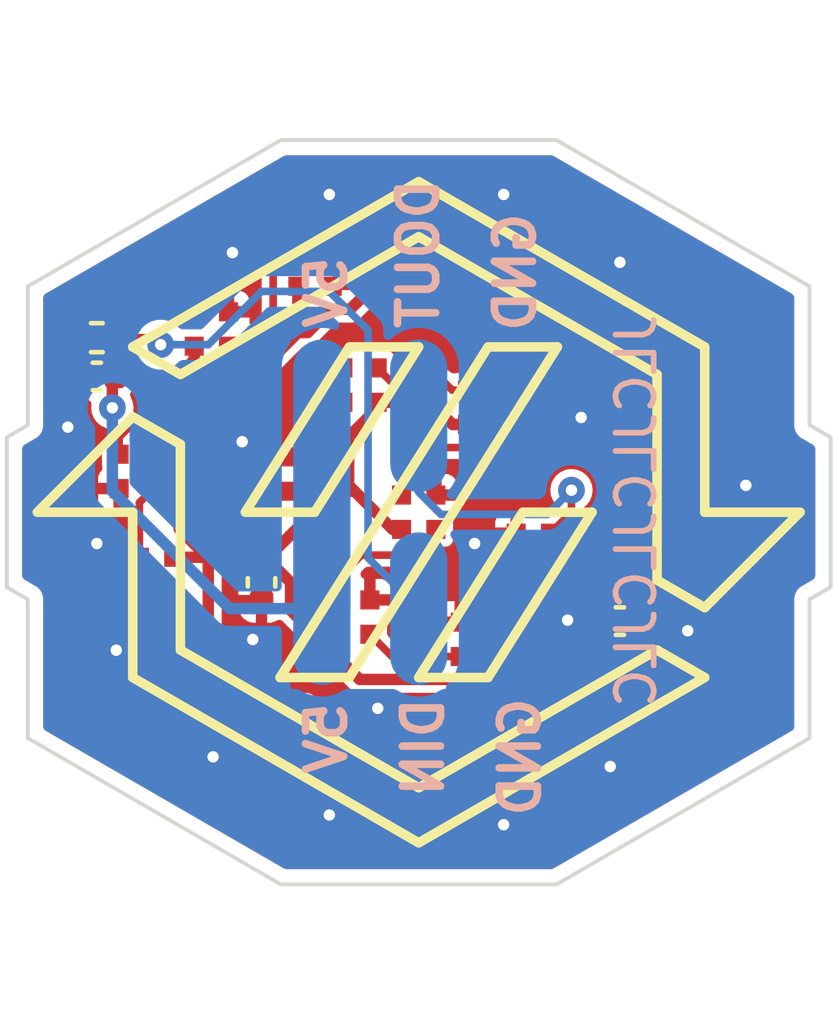
<source format=kicad_pcb>
(kicad_pcb (version 20240108) (generator "pcbnew") (generator_version "8.0")
  (layers (0 "F.Cu" signal) (31 "B.Cu" signal) (34 "B.Paste" user) (35 "F.Paste" user) (36 "B.SilkS" user "B.Silkscreen") (37 "F.SilkS" user "F.Silkscreen") (38 "B.Mask" user) (39 "F.Mask" user) (44 "Edge.Cuts" user))
  (net 0 "")
  (net 1 "+5V")
  (net 2 "GND")
  (net 3 "Net-(D1-DIN)")
  (net 4 "Net-(D1-DOUT)")
  (net 5 "Net-(D2-DOUT)")
  (net 6 "Net-(D3-DOUT)")
  (net 7 "Net-(D4-DOUT)")
  (net 8 "Net-(D5-DOUT)")
  (net 9 "DOUT")
  (net 10 "Net-(D6-DOUT)")
  (net 11 "Net-(D7-DOUT)")
  (net 12 "Net-(D8-DOUT)")
  (net 13 "Net-(D10-DIN)")
  (net 14 "Net-(D10-DOUT)")
  (net 15 "Net-(D11-DOUT)")
  (net 16 "Net-(D12-DOUT)")
  (net 17 "Net-(D13-DOUT)")
  (net 18 "Net-(D14-DOUT)")
  (net 19 "Net-(D15-DOUT)")
  (net 20 "Net-(D16-DOUT)")
  (net 21 "Net-(D17-DOUT)")
  (net 22 "Net-(D18-DOUT)")
  (net 23 "Net-(D19-DOUT)")
  (net 24 "Net-(D20-DOUT)")
  (net 25 "DIN")
  (footprint "SK6805-EC15:SK6805-EC15" (layer "F.Cu") (at 152.204 93.349434 -90)
    (property "Reference" "D3" (hide yes))
    (property "Value" "SK6805-EC15")
    (pad "1" smd rect (at -0.45 0.45) (size 0.5 0.5) (layers "F.Cu" "F.Paste" "F.Mask") (net 5 "Net-(D2-DOUT)"))
    (pad "2" smd rect (at 0.45 0.45) (size 0.5 0.5) (layers "F.Cu" "F.Paste" "F.Mask") (net 1 "+5V"))
    (pad "3" smd rect (at 0.45 -0.45) (size 0.5 0.5) (layers "F.Cu" "F.Paste" "F.Mask") (net 6 "Net-(D3-DOUT)"))
    (pad "4" smd rect (at -0.45 -0.45) (size 0.5 0.5) (layers "F.Cu" "F.Paste" "F.Mask") (net 2 "GND"))
  )
  (footprint "SK6805-EC15:SK6805-EC15" (layer "F.Cu") (at 149.48525 94.919105 -90)
    (property "Reference" "D2" (hide yes))
    (property "Value" "SK6805-EC15")
    (pad "1" smd rect (at -0.45 0.45) (size 0.5 0.5) (layers "F.Cu" "F.Paste" "F.Mask") (net 4 "Net-(D1-DOUT)"))
    (pad "2" smd rect (at 0.45 0.45) (size 0.5 0.5) (layers "F.Cu" "F.Paste" "F.Mask") (net 1 "+5V"))
    (pad "3" smd rect (at 0.45 -0.45) (size 0.5 0.5) (layers "F.Cu" "F.Paste" "F.Mask") (net 5 "Net-(D2-DOUT)"))
    (pad "4" smd rect (at -0.45 -0.45) (size 0.5 0.5) (layers "F.Cu" "F.Paste" "F.Mask") (net 2 "GND"))
  )
  (footprint "SK6805-EC15:SK6805-EC15" (layer "F.Cu") (at 158.17275 96.795493 -90)
    (property "Reference" "D5" (hide yes))
    (property "Value" "SK6805-EC15")
    (pad "1" smd rect (at -0.45 0.45) (size 0.5 0.5) (layers "F.Cu" "F.Paste" "F.Mask") (net 7 "Net-(D4-DOUT)"))
    (pad "2" smd rect (at 0.45 0.45) (size 0.5 0.5) (layers "F.Cu" "F.Paste" "F.Mask") (net 1 "+5V"))
    (pad "3" smd rect (at 0.45 -0.45) (size 0.5 0.5) (layers "F.Cu" "F.Paste" "F.Mask") (net 8 "Net-(D5-DOUT)"))
    (pad "4" smd rect (at -0.45 -0.45) (size 0.5 0.5) (layers "F.Cu" "F.Paste" "F.Mask") (net 2 "GND"))
  )
  (footprint "SK6805-EC15:SK6805-EC15" (layer "F.Cu") (at 149.197473 100.288)
    (property "Reference" "D15" (hide yes))
    (property "Value" "SK6805-EC15")
    (pad "1" smd rect (at -0.45 0.45 90) (size 0.5 0.5) (layers "F.Cu" "F.Paste" "F.Mask") (net 18 "Net-(D14-DOUT)"))
    (pad "2" smd rect (at 0.45 0.45 90) (size 0.5 0.5) (layers "F.Cu" "F.Paste" "F.Mask") (net 1 "+5V"))
    (pad "3" smd rect (at 0.45 -0.45 90) (size 0.5 0.5) (layers "F.Cu" "F.Paste" "F.Mask") (net 19 "Net-(D15-DOUT)"))
    (pad "4" smd rect (at -0.45 -0.45 90) (size 0.5 0.5) (layers "F.Cu" "F.Paste" "F.Mask") (net 2 "GND"))
  )
  (footprint "SK6805-EC15:SK6805-EC15" (layer "F.Cu") (at 146.7665 96.488776 -90)
    (property "Reference" "D1" (hide yes))
    (property "Value" "SK6805-EC15")
    (pad "1" smd rect (at -0.45 0.45) (size 0.5 0.5) (layers "F.Cu" "F.Paste" "F.Mask") (net 3 "Net-(D1-DIN)"))
    (pad "2" smd rect (at 0.45 0.45) (size 0.5 0.5) (layers "F.Cu" "F.Paste" "F.Mask") (net 1 "+5V"))
    (pad "3" smd rect (at 0.45 -0.45) (size 0.5 0.5) (layers "F.Cu" "F.Paste" "F.Mask") (net 4 "Net-(D1-DOUT)"))
    (pad "4" smd rect (at -0.45 -0.45) (size 0.5 0.5) (layers "F.Cu" "F.Paste" "F.Mask") (net 2 "GND"))
  )
  (footprint "SK6805-EC15:SK6805-EC15" (layer "F.Cu") (at 152.204 109.226566 90)
    (property "Reference" "D10" (hide yes))
    (property "Value" "SK6805-EC15")
    (pad "1" smd rect (at -0.45 0.45 180) (size 0.5 0.5) (layers "F.Cu" "F.Paste" "F.Mask") (net 13 "Net-(D10-DIN)"))
    (pad "2" smd rect (at 0.45 0.45 180) (size 0.5 0.5) (layers "F.Cu" "F.Paste" "F.Mask") (net 1 "+5V"))
    (pad "3" smd rect (at 0.45 -0.45 180) (size 0.5 0.5) (layers "F.Cu" "F.Paste" "F.Mask") (net 14 "Net-(D10-DOUT)"))
    (pad "4" smd rect (at -0.45 -0.45 180) (size 0.5 0.5) (layers "F.Cu" "F.Paste" "F.Mask") (net 2 "GND"))
  )
  (footprint "SK6805-EC15:SK6805-EC15" (layer "F.Cu") (at 145.329 102.918274 90)
    (property "Reference" "D13" (hide yes))
    (property "Value" "SK6805-EC15")
    (pad "1" smd rect (at -0.45 0.45 180) (size 0.5 0.5) (layers "F.Cu" "F.Paste" "F.Mask") (net 16 "Net-(D12-DOUT)"))
    (pad "2" smd rect (at 0.45 0.45 180) (size 0.5 0.5) (layers "F.Cu" "F.Paste" "F.Mask") (net 1 "+5V"))
    (pad "3" smd rect (at 0.45 -0.45 180) (size 0.5 0.5) (layers "F.Cu" "F.Paste" "F.Mask") (net 17 "Net-(D13-DOUT)"))
    (pad "4" smd rect (at -0.45 -0.45 180) (size 0.5 0.5) (layers "F.Cu" "F.Paste" "F.Mask") (net 2 "GND"))
  )
  (footprint "SK6805-EC15:SK6805-EC15" (layer "F.Cu") (at 155.210527 102.288)
    (property "Reference" "D21" (hide yes))
    (property "Value" "SK6805-EC15")
    (pad "1" smd rect (at -0.45 0.45 90) (size 0.5 0.5) (layers "F.Cu" "F.Paste" "F.Mask") (net 24 "Net-(D20-DOUT)"))
    (pad "2" smd rect (at 0.45 0.45 90) (size 0.5 0.5) (layers "F.Cu" "F.Paste" "F.Mask") (net 1 "+5V"))
    (pad "3" smd rect (at 0.45 -0.45 90) (size 0.5 0.5) (layers "F.Cu" "F.Paste" "F.Mask") (net 9 "DOUT"))
    (pad "4" smd rect (at -0.45 -0.45 90) (size 0.5 0.5) (layers "F.Cu" "F.Paste" "F.Mask") (net 2 "GND"))
  )
  (footprint "SK6805-EC15:SK6805-EC15" (layer "F.Cu") (at 144.79775 100.218422 90)
    (property "Reference" "D14" (hide yes))
    (property "Value" "SK6805-EC15")
    (pad "1" smd rect (at -0.45 0.45 180) (size 0.5 0.5) (layers "F.Cu" "F.Paste" "F.Mask") (net 17 "Net-(D13-DOUT)"))
    (pad "2" smd rect (at 0.45 0.45 180) (size 0.5 0.5) (layers "F.Cu" "F.Paste" "F.Mask") (net 1 "+5V"))
    (pad "3" smd rect (at 0.45 -0.45 180) (size 0.5 0.5) (layers "F.Cu" "F.Paste" "F.Mask") (net 18 "Net-(D14-DOUT)"))
    (pad "4" smd rect (at -0.45 -0.45 180) (size 0.5 0.5) (layers "F.Cu" "F.Paste" "F.Mask") (net 2 "GND"))
  )
  (footprint "SK6805-EC15:SK6805-EC15" (layer "F.Cu") (at 146.23525 105.780507 90)
    (property "Reference" "D12" (hide yes))
    (property "Value" "SK6805-EC15")
    (pad "1" smd rect (at -0.45 0.45 180) (size 0.5 0.5) (layers "F.Cu" "F.Paste" "F.Mask") (net 15 "Net-(D11-DOUT)"))
    (pad "2" smd rect (at 0.45 0.45 180) (size 0.5 0.5) (layers "F.Cu" "F.Paste" "F.Mask") (net 1 "+5V"))
    (pad "3" smd rect (at 0.45 -0.45 180) (size 0.5 0.5) (layers "F.Cu" "F.Paste" "F.Mask") (net 16 "Net-(D12-DOUT)"))
    (pad "4" smd rect (at -0.45 -0.45 180) (size 0.5 0.5) (layers "F.Cu" "F.Paste" "F.Mask") (net 2 "GND"))
  )
  (footprint "SK6805-EC15:SK6805-EC15" (layer "F.Cu") (at 159.61025 102.357578 -90)
    (property "Reference" "D7" (hide yes))
    (property "Value" "SK6805-EC15")
    (pad "1" smd rect (at -0.45 0.45) (size 0.5 0.5) (layers "F.Cu" "F.Paste" "F.Mask") (net 10 "Net-(D6-DOUT)"))
    (pad "2" smd rect (at 0.45 0.45) (size 0.5 0.5) (layers "F.Cu" "F.Paste" "F.Mask") (net 1 "+5V"))
    (pad "3" smd rect (at 0.45 -0.45) (size 0.5 0.5) (layers "F.Cu" "F.Paste" "F.Mask") (net 11 "Net-(D7-DOUT)"))
    (pad "4" smd rect (at -0.45 -0.45) (size 0.5 0.5) (layers "F.Cu" "F.Paste" "F.Mask") (net 2 "GND"))
  )
  (footprint "SK6805-EC15:SK6805-EC15" (layer "F.Cu") (at 153.742928 104.618127)
    (property "Reference" "D20" (hide yes))
    (property "Value" "SK6805-EC15")
    (pad "1" smd rect (at -0.45 0.45 90) (size 0.5 0.5) (layers "F.Cu" "F.Paste" "F.Mask") (net 23 "Net-(D19-DOUT)"))
    (pad "2" smd rect (at 0.45 0.45 90) (size 0.5 0.5) (layers "F.Cu" "F.Paste" "F.Mask") (net 1 "+5V"))
    (pad "3" smd rect (at 0.45 -0.45 90) (size 0.5 0.5) (layers "F.Cu" "F.Paste" "F.Mask") (net 24 "Net-(D20-DOUT)"))
    (pad "4" smd rect (at -0.45 -0.45 90) (size 0.5 0.5) (layers "F.Cu" "F.Paste" "F.Mask") (net 2 "GND"))
  )
  (footprint "Resistor_SMD:R_0402_1005Metric" (layer "F.Cu") (at 143.764 96.716 180)
    (property "Reference" "R1" (hide yes))
    (property "Value" "470R")
    (fp_line (start -0.153641 0.38) (end 0.153641 0.38) (stroke (width 0.12)) (layer "F.SilkS"))
    (fp_line (start -0.153641 -0.38) (end 0.153641 -0.38) (stroke (width 0.12)) (layer "F.SilkS"))
    (pad "1" smd roundrect (at -0.51 0 180) (size 0.54 0.64) (layers "F.Cu" "F.Paste" "F.Mask") (net 25 "DIN"))
    (pad "2" smd roundrect (at 0.51 0 180) (size 0.54 0.64) (layers "F.Cu" "F.Paste" "F.Mask") (net 3 "Net-(D1-DIN)"))
  )
  (footprint "SK6805-EC15:SK6805-EC15" (layer "F.Cu") (at 154.92275 107.656895 90)
    (property "Reference" "D9" (hide yes))
    (property "Value" "SK6805-EC15")
    (pad "1" smd rect (at -0.45 0.45 180) (size 0.5 0.5) (layers "F.Cu" "F.Paste" "F.Mask") (net 12 "Net-(D8-DOUT)"))
    (pad "2" smd rect (at 0.45 0.45 180) (size 0.5 0.5) (layers "F.Cu" "F.Paste" "F.Mask") (net 1 "+5V"))
    (pad "3" smd rect (at 0.45 -0.45 180) (size 0.5 0.5) (layers "F.Cu" "F.Paste" "F.Mask") (net 13 "Net-(D10-DIN)"))
    (pad "4" smd rect (at -0.45 -0.45 180) (size 0.5 0.5) (layers "F.Cu" "F.Paste" "F.Mask") (net 2 "GND"))
  )
  (footprint "SK6805-EC15:SK6805-EC15" (layer "F.Cu") (at 153.934536 98.540405 -90)
    (property "Reference" "D17" (hide yes))
    (property "Value" "SK6805-EC15")
    (pad "1" smd rect (at -0.45 0.45) (size 0.5 0.5) (layers "F.Cu" "F.Paste" "F.Mask") (net 20 "Net-(D16-DOUT)"))
    (pad "2" smd rect (at 0.45 0.45) (size 0.5 0.5) (layers "F.Cu" "F.Paste" "F.Mask") (net 1 "+5V"))
    (pad "3" smd rect (at 0.45 -0.45) (size 0.5 0.5) (layers "F.Cu" "F.Paste" "F.Mask") (net 21 "Net-(D17-DOUT)"))
    (pad "4" smd rect (at -0.45 -0.45) (size 0.5 0.5) (layers "F.Cu" "F.Paste" "F.Mask") (net 2 "GND"))
  )
  (footprint "Capacitor_SMD:C_0402_1005Metric" (layer "F.Cu") (at 143.764 97.732)
    (property "Reference" "C1" (hide yes))
    (property "Value" "100nF")
    (fp_line (start -0.107836 -0.36) (end 0.107836 -0.36) (stroke (width 0.12)) (layer "F.SilkS"))
    (fp_line (start -0.107836 0.36) (end 0.107836 0.36) (stroke (width 0.12)) (layer "F.SilkS"))
    (pad "1" smd roundrect (at -0.48 0) (size 0.56 0.62) (layers "F.Cu" "F.Paste" "F.Mask") (net 2 "GND"))
    (pad "2" smd roundrect (at 0.48 0) (size 0.56 0.62) (layers "F.Cu" "F.Paste" "F.Mask") (net 1 "+5V"))
  )
  (footprint "Capacitor_SMD:C_0402_1005Metric" (layer "F.Cu") (at 157.48 104.14)
    (property "Reference" "C2" (hide yes))
    (property "Value" "100nF")
    (fp_line (start -0.107836 -0.36) (end 0.107836 -0.36) (stroke (width 0.12)) (layer "F.SilkS"))
    (fp_line (start -0.107836 0.36) (end 0.107836 0.36) (stroke (width 0.12)) (layer "F.SilkS"))
    (pad "1" smd roundrect (at -0.48 0) (size 0.56 0.62) (layers "F.Cu" "F.Paste" "F.Mask") (net 2 "GND"))
    (pad "2" smd roundrect (at 0.48 0) (size 0.56 0.62) (layers "F.Cu" "F.Paste" "F.Mask") (net 1 "+5V"))
  )
  (footprint "SK6805-EC15:SK6805-EC15" (layer "F.Cu") (at 150.665072 97.957873)
    (property "Reference" "D16" (hide yes))
    (property "Value" "SK6805-EC15")
    (pad "1" smd rect (at -0.45 0.45 90) (size 0.5 0.5) (layers "F.Cu" "F.Paste" "F.Mask") (net 19 "Net-(D15-DOUT)"))
    (pad "2" smd rect (at 0.45 0.45 90) (size 0.5 0.5) (layers "F.Cu" "F.Paste" "F.Mask") (net 1 "+5V"))
    (pad "3" smd rect (at 0.45 -0.45 90) (size 0.5 0.5) (layers "F.Cu" "F.Paste" "F.Mask") (net 20 "Net-(D16-DOUT)"))
    (pad "4" smd rect (at -0.45 -0.45 90) (size 0.5 0.5) (layers "F.Cu" "F.Paste" "F.Mask") (net 2 "GND"))
  )
  (footprint "SK6805-EC15:SK6805-EC15" (layer "F.Cu") (at 155.329 95.153653 -90)
    (property "Reference" "D4" (hide yes))
    (property "Value" "SK6805-EC15")
    (pad "1" smd rect (at -0.45 0.45) (size 0.5 0.5) (layers "F.Cu" "F.Paste" "F.Mask") (net 6 "Net-(D3-DOUT)"))
    (pad "2" smd rect (at 0.45 0.45) (size 0.5 0.5) (layers "F.Cu" "F.Paste" "F.Mask") (net 1 "+5V"))
    (pad "3" smd rect (at 0.45 -0.45) (size 0.5 0.5) (layers "F.Cu" "F.Paste" "F.Mask") (net 7 "Net-(D4-DOUT)"))
    (pad "4" smd rect (at -0.45 -0.45) (size 0.5 0.5) (layers "F.Cu" "F.Paste" "F.Mask") (net 2 "GND"))
  )
  (footprint "Capacitor_SMD:C_0402_1005Metric" (layer "F.Cu") (at 148.082 103.124 90)
    (property "Reference" "C3" (hide yes))
    (property "Value" "100nF")
    (fp_line (start -0.107836 -0.36) (end 0.107836 -0.36) (stroke (width 0.12)) (layer "F.SilkS"))
    (fp_line (start -0.107836 0.36) (end 0.107836 0.36) (stroke (width 0.12)) (layer "F.SilkS"))
    (pad "1" smd roundrect (at -0.48 0 90) (size 0.56 0.62) (layers "F.Cu" "F.Paste" "F.Mask") (net 2 "GND"))
    (pad "2" smd roundrect (at 0.48 0 90) (size 0.56 0.62) (layers "F.Cu" "F.Paste" "F.Mask") (net 1 "+5V"))
  )
  (footprint "SK6805-EC15:SK6805-EC15" (layer "F.Cu") (at 150.473464 104.035595 -90)
    (property "Reference" "D19" (hide yes))
    (property "Value" "SK6805-EC15")
    (pad "1" smd rect (at -0.45 0.45) (size 0.5 0.5) (layers "F.Cu" "F.Paste" "F.Mask") (net 22 "Net-(D18-DOUT)"))
    (pad "2" smd rect (at 0.45 0.45) (size 0.5 0.5) (layers "F.Cu" "F.Paste" "F.Mask") (net 1 "+5V"))
    (pad "3" smd rect (at 0.45 -0.45) (size 0.5 0.5) (layers "F.Cu" "F.Paste" "F.Mask") (net 23 "Net-(D19-DOUT)"))
    (pad "4" smd rect (at -0.45 -0.45) (size 0.5 0.5) (layers "F.Cu" "F.Paste" "F.Mask") (net 2 "GND"))
  )
  (footprint "SK6805-EC15:SK6805-EC15" (layer "F.Cu") (at 159.079 99.657726 -90)
    (property "Reference" "D6" (hide yes))
    (property "Value" "SK6805-EC15")
    (pad "1" smd rect (at -0.45 0.45) (size 0.5 0.5) (layers "F.Cu" "F.Paste" "F.Mask") (net 8 "Net-(D5-DOUT)"))
    (pad "2" smd rect (at 0.45 0.45) (size 0.5 0.5) (layers "F.Cu" "F.Paste" "F.Mask") (net 1 "+5V"))
    (pad "3" smd rect (at 0.45 -0.45) (size 0.5 0.5) (layers "F.Cu" "F.Paste" "F.Mask") (net 10 "Net-(D6-DOUT)"))
    (pad "4" smd rect (at -0.45 -0.45) (size 0.5 0.5) (layers "F.Cu" "F.Paste" "F.Mask") (net 2 "GND"))
  )
  (footprint "SK6805-EC15:SK6805-EC15" (layer "F.Cu") (at 149.079 107.422347 90)
    (property "Reference" "D11" (hide yes))
    (property "Value" "SK6805-EC15")
    (pad "1" smd rect (at -0.45 0.45 180) (size 0.5 0.5) (layers "F.Cu" "F.Paste" "F.Mask") (net 14 "Net-(D10-DOUT)"))
    (pad "2" smd rect (at 0.45 0.45 180) (size 0.5 0.5) (layers "F.Cu" "F.Paste" "F.Mask") (net 1 "+5V"))
    (pad "3" smd rect (at 0.45 -0.45 180) (size 0.5 0.5) (layers "F.Cu" "F.Paste" "F.Mask") (net 15 "Net-(D11-DOUT)"))
    (pad "4" smd rect (at -0.45 -0.45 180) (size 0.5 0.5) (layers "F.Cu" "F.Paste" "F.Mask") (net 2 "GND"))
  )
  (footprint "SK6805-EC15:SK6805-EC15" (layer "F.Cu") (at 152.204 101.288 -90)
    (property "Reference" "D18" (hide yes))
    (property "Value" "SK6805-EC15")
    (pad "1" smd rect (at -0.45 0.45) (size 0.5 0.5) (layers "F.Cu" "F.Paste" "F.Mask") (net 21 "Net-(D17-DOUT)"))
    (pad "2" smd rect (at 0.45 0.45) (size 0.5 0.5) (layers "F.Cu" "F.Paste" "F.Mask") (net 1 "+5V"))
    (pad "3" smd rect (at 0.45 -0.45) (size 0.5 0.5) (layers "F.Cu" "F.Paste" "F.Mask") (net 22 "Net-(D18-DOUT)"))
    (pad "4" smd rect (at -0.45 -0.45) (size 0.5 0.5) (layers "F.Cu" "F.Paste" "F.Mask") (net 2 "GND"))
  )
  (footprint "SK6805-EC15:SK6805-EC15" (layer "F.Cu") (at 157.6415 106.087224 90)
    (property "Reference" "D8" (hide yes))
    (property "Value" "SK6805-EC15")
    (pad "1" smd rect (at -0.45 0.45 180) (size 0.5 0.5) (layers "F.Cu" "F.Paste" "F.Mask") (net 11 "Net-(D7-DOUT)"))
    (pad "2" smd rect (at 0.45 0.45 180) (size 0.5 0.5) (layers "F.Cu" "F.Paste" "F.Mask") (net 1 "+5V"))
    (pad "3" smd rect (at 0.45 -0.45 180) (size 0.5 0.5) (layers "F.Cu" "F.Paste" "F.Mask") (net 12 "Net-(D8-DOUT)"))
    (pad "4" smd rect (at -0.45 -0.45 180) (size 0.5 0.5) (layers "F.Cu" "F.Paste" "F.Mask") (net 2 "GND"))
  )
  (footprint "Connector_PinHeader_2.54mm:PinHeader_2x03_P2.54mm_Vertical_SMD" (layer "B.Cu") (at 152.204 101.288 -90)
    (property "Reference" "J1" (hide yes))
    (property "Value" "Conn_02x03_Counter_Clockwise")
    (pad "1" smd roundrect (at -2.525 2.54 270) (size 4 1.5) (layers "B.Cu" "B.Paste" "B.Mask") (roundrect_rratio 0.5) (net 1 "+5V"))
    (pad "2" smd roundrect (at -2.525 0 270) (size 4 1.5) (layers "B.Cu" "B.Paste" "B.Mask") (roundrect_rratio 0.5) (net 9 "DOUT"))
    (pad "3" smd roundrect (at -2.525 -2.54 270) (size 4 1.5) (layers "B.Cu" "B.Paste" "B.Mask") (roundrect_rratio 0.5) (net 2 "GND"))
    (pad "4" smd roundrect (at 2.525 -2.54 270) (size 4 1.5) (layers "B.Cu" "B.Paste" "B.Mask") (roundrect_rratio 0.5) (net 2 "GND"))
    (pad "5" smd roundrect (at 2.525 0 270) (size 4 1.5) (layers "B.Cu" "B.Paste" "B.Mask") (roundrect_rratio 0.5) (net 25 "DIN"))
    (pad "6" smd roundrect (at 2.525 2.54 270) (size 4 1.5) (layers "B.Cu" "B.Paste" "B.Mask") (roundrect_rratio 0.5) (net 1 "+5V"))
  )
  (gr_line (start 159.704 103.788) (end 158.454 103.066312) (stroke (width 0.25)) (layer "F.SilkS"))
  (gr_line (start 152.204 94.071122) (end 145.954 97.679561) (stroke (width 0.25)) (layer "F.SilkS"))
  (gr_line (start 158.454 97.679561) (end 152.204 94.071122) (stroke (width 0.25)) (layer "F.SilkS"))
  (gr_line (start 155.840364 96.957873) (end 150.385818 105.618127) (stroke (width 0.25)) (layer "F.SilkS"))
  (gr_line (start 152.204 105.618127) (end 154.022182 105.618127) (stroke (width 0.25)) (layer "F.SilkS"))
  (gr_line (start 145.954 99.509688) (end 145.954 104.896439) (stroke (width 0.25)) (layer "F.SilkS"))
  (gr_line (start 159.704 105.618127) (end 152.204 109.948254) (stroke (width 0.25)) (layer "F.SilkS"))
  (gr_line (start 152.204 109.948254) (end 144.704 105.618127) (stroke (width 0.25)) (layer "F.SilkS"))
  (gr_line (start 158.454 104.896439) (end 159.704 105.618127) (stroke (width 0.25)) (layer "F.SilkS"))
  (gr_line (start 145.954 104.896439) (end 152.204 108.504878) (stroke (width 0.25)) (layer "F.SilkS"))
  (gr_line (start 152.204 108.504878) (end 158.454 104.896439) (stroke (width 0.25)) (layer "F.SilkS"))
  (gr_line (start 150.385818 96.957873) (end 147.658545 101.288) (stroke (width 0.25)) (layer "F.SilkS"))
  (gr_line (start 142.204 101.288) (end 144.704 98.788) (stroke (width 0.25)) (layer "F.SilkS"))
  (gr_line (start 156.749455 101.288) (end 154.931273 101.288) (stroke (width 0.25)) (layer "F.SilkS"))
  (gr_line (start 152.204 92.627746) (end 159.704 96.957873) (stroke (width 0.25)) (layer "F.SilkS"))
  (gr_line (start 150.385818 105.618127) (end 148.567636 105.618127) (stroke (width 0.25)) (layer "F.SilkS"))
  (gr_line (start 148.567636 105.618127) (end 154.022182 96.957873) (stroke (width 0.25)) (layer "F.SilkS"))
  (gr_line (start 154.931273 101.288) (end 152.204 105.618127) (stroke (width 0.25)) (layer "F.SilkS"))
  (gr_line (start 144.704 101.288) (end 142.204 101.288) (stroke (width 0.25)) (layer "F.SilkS"))
  (gr_line (start 154.022182 105.618127) (end 156.749455 101.288) (stroke (width 0.25)) (layer "F.SilkS"))
  (gr_line (start 149.476727 101.288) (end 152.204 96.957873) (stroke (width 0.25)) (layer "F.SilkS"))
  (gr_line (start 162.204 101.288) (end 159.704 103.788) (stroke (width 0.25)) (layer "F.SilkS"))
  (gr_line (start 152.204 96.957873) (end 150.385818 96.957873) (stroke (width 0.25)) (layer "F.SilkS"))
  (gr_line (start 144.704 105.618127) (end 144.704 101.288) (stroke (width 0.25)) (layer "F.SilkS"))
  (gr_line (start 144.704 98.788) (end 145.954 99.509688) (stroke (width 0.25)) (layer "F.SilkS"))
  (gr_line (start 144.704 96.957873) (end 152.204 92.627746) (stroke (width 0.25)) (layer "F.SilkS"))
  (gr_line (start 159.704 96.957873) (end 159.704 101.288) (stroke (width 0.25)) (layer "F.SilkS"))
  (gr_line (start 154.022182 96.957873) (end 155.840364 96.957873) (stroke (width 0.25)) (layer "F.SilkS"))
  (gr_line (start 147.658545 101.288) (end 149.476727 101.288) (stroke (width 0.25)) (layer "F.SilkS"))
  (gr_line (start 159.704 101.288) (end 162.204 101.288) (stroke (width 0.25)) (layer "F.SilkS"))
  (gr_line (start 145.954 97.679561) (end 144.704 96.957873) (stroke (width 0.25)) (layer "F.SilkS"))
  (gr_line (start 158.454 103.066312) (end 158.454 97.679561) (stroke (width 0.25)) (layer "F.SilkS"))
  (gr_line (start 162.454 99.007466) (end 162.454 95.37016) (stroke (width 0.1)) (layer "Edge.Cuts"))
  (gr_line (start 148.591495 91.538) (end 141.954 95.37016) (stroke (width 0.1)) (layer "Edge.Cuts"))
  (gr_line (start 141.954 107.20584) (end 148.591495 111.038) (stroke (width 0.1)) (layer "Edge.Cuts"))
  (gr_line (start 162.454 103.568534) (end 163.004 103.250991) (stroke (width 0.1)) (layer "Edge.Cuts"))
  (gr_line (start 141.954 95.37016) (end 141.954 99.007466) (stroke (width 0.1)) (layer "Edge.Cuts"))
  (gr_line (start 155.816505 91.538) (end 148.591495 91.538) (stroke (width 0.1)) (layer "Edge.Cuts"))
  (gr_line (start 141.954 103.568534) (end 141.954 107.20584) (stroke (width 0.1)) (layer "Edge.Cuts"))
  (gr_line (start 141.404 103.250991) (end 141.954 103.568534) (stroke (width 0.1)) (layer "Edge.Cuts"))
  (gr_line (start 141.404 99.325009) (end 141.404 103.250991) (stroke (width 0.1)) (layer "Edge.Cuts"))
  (gr_line (start 163.004 99.325009) (end 162.454 99.007466) (stroke (width 0.1)) (layer "Edge.Cuts"))
  (gr_line (start 163.004 103.250991) (end 163.004 99.325009) (stroke (width 0.1)) (layer "Edge.Cuts"))
  (gr_line (start 162.454 95.37016) (end 155.816505 91.538) (stroke (width 0.1)) (layer "Edge.Cuts"))
  (gr_line (start 155.816505 111.038) (end 162.454 107.20584) (stroke (width 0.1)) (layer "Edge.Cuts"))
  (gr_line (start 148.591495 111.038) (end 155.816505 111.038) (stroke (width 0.1)) (layer "Edge.Cuts"))
  (gr_line (start 141.954 99.007466) (end 141.404 99.325009) (stroke (width 0.1)) (layer "Edge.Cuts"))
  (gr_line (start 162.454 107.20584) (end 162.454 103.568534) (stroke (width 0.1)) (layer "Edge.Cuts"))
  (gr_text "DIN" (at 152.908 106.045 90) (layer "B.SilkS") (effects (font (size 1 1) (thickness 0.2) (bold yes)) (justify left bottom mirror)))
  (gr_text "5V" (at 150.368 106.172 90) (layer "B.SilkS") (effects (font (size 1 1) (thickness 0.2) (bold yes)) (justify left bottom mirror)))
  (gr_text "GND" (at 155.448 106.045 90) (layer "B.SilkS") (effects (font (size 1 1) (thickness 0.2) (bold yes)) (justify left bottom mirror)))
  (gr_text "GND" (at 155.321 93.345 90) (layer "B.SilkS") (effects (font (size 1 1) (thickness 0.2) (bold yes)) (justify left bottom mirror)))
  (gr_text "JLCJLCJLCJLC" (at 158.496 96.012 90) (layer "B.SilkS") (effects (font (size 1 1)) (justify left bottom mirror)))
  (gr_text "5V" (at 150.368 94.488 90) (layer "B.SilkS") (effects (font (size 1 1) (thickness 0.2) (bold yes)) (justify left bottom mirror)))
  (gr_text "DOUT" (at 152.781 92.456 90) (layer "B.SilkS") (effects (font (size 1 1) (thickness 0.2) (bold yes)) (justify left bottom mirror)))
  (segment (start 154.081653 95.153653) (end 154.531653 95.603653) (width 0.3) (layer "F.Cu") (net 1))
  (segment (start 149.902895 95.969105) (end 150.410895 95.969105) (width 0.3) (layer "F.Cu") (net 1))
  (segment (start 154.531653 95.603653) (end 154.879 95.603653) (width 0.3) (layer "F.Cu") (net 1))
  (segment (start 144.244 97.732) (end 145.523276 97.732) (width 0.3) (layer "F.Cu") (net 1))
  (segment (start 149.28925 96.58275) (end 149.902895 95.969105) (width 0.3) (layer "F.Cu") (net 1))
  (segment (start 150.368 100.33) (end 150.368 100.584) (width 0.3) (layer "F.Cu") (net 1))
  (segment (start 154.879 95.603653) (end 154.879 96.053653) (width 0.3) (layer "F.Cu") (net 1))
  (segment (start 158.179 100.533326) (end 158.1912 100.545526) (width 0.3) (layer "F.Cu") (net 1))
  (segment (start 144.1704 98.552) (end 144.1704 97.8056) (width 0.3) (layer "F.Cu") (net 1))
  (segment (start 159.16025 102.807578) (end 159.16025 103.22175) (width 0.3) (layer "F.Cu") (net 1))
  (segment (start 146.3165 97.300138) (end 146.3165 96.938776) (width 0.3) (layer "F.Cu") (net 1))
  (segment (start 150.368 100.33) (end 150.368 99.314) (width 0.3) (layer "F.Cu") (net 1))
  (segment (start 149.529 106.672347) (end 149.229 106.372347) (width 0.3) (layer "F.Cu") (net 1))
  (segment (start 158.0915 105.0843) (end 158.0915 105.637224) (width 0.3) (layer "F.Cu") (net 1))
  (segment (start 145.523276 97.732) (end 145.884638 97.732) (width 0.3) (layer "F.Cu") (net 1))
  (segment (start 158.179 100.107726) (end 158.179 100.533326) (width 0.3) (layer "F.Cu") (net 1))
  (segment (start 149.229 106.372347) (end 148.665396 106.372347) (width 0.3) (layer "F.Cu") (net 1))
  (segment (start 146.68525 102.48925) (end 146.664274 102.468274) (width 0.3) (layer "F.Cu") (net 1))
  (segment (start 146.175604 100.020672) (end 146.05 100.020672) (width 0.3) (layer "F.Cu") (net 1))
  (segment (start 158.71025 102.807578) (end 159.16025 102.807578) (width 0.3) (layer "F.Cu") (net 1))
  (segment (start 149.647473 100.738) (end 150.214 100.738) (width 0.3) (layer "F.Cu") (net 1))
  (segment (start 150.368 100.584) (end 150.522 100.738) (width 0.3) (layer "F.Cu") (net 1))
  (segment (start 158.179 100.107726) (end 158.629 100.107726) (width 0.3) (layer "F.Cu") (net 1))
  (segment (start 149.473464 104.485595) (end 148.844 103.856131) (width 0.3) (layer "F.Cu") (net 1))
  (segment (start 151.754 93.799434) (end 151.754 94.099434) (width 0.3) (layer "F.Cu") (net 1))
  (segment (start 156.826724 104.902) (end 155.37275 106.355974) (width 0.3) (layer "F.Cu") (net 1))
  (segment (start 152.654 107.925645) (end 151.539475 107.925645) (width 0.3) (layer "F.Cu") (net 1))
  (segment (start 146.664274 102.468274) (end 146.229 102.468274) (width 0.3) (layer "F.Cu") (net 1))
  (segment (start 157.9092 104.902) (end 157.96 104.9528) (width 0.3) (layer "F.Cu") (net 1))
  (segment (start 146.05 100.020672) (end 145.923 100.147672) (width 0.3) (layer "F.Cu") (net 1))
  (segment (start 157.72275 99.651476) (end 158.179 100.107726) (width 0.3) (layer "F.Cu") (net 1))
  (segment (start 158.242 104.14) (end 157.96 104.14) (width 0.3) (layer "F.Cu") (net 1))
  (segment (start 147.886 97.732) (end 149.03525 96.58275) (width 0.3) (layer "F.Cu") (net 1))
  (segment (start 151.980566 94.399434) (end 151.754 94.626) (width 0.3) (layer "F.Cu") (net 1))
  (segment (start 157.96 104.14) (end 157.96 104.648) (width 0.3) (layer "F.Cu") (net 1))
  (segment (start 155.660527 103.336924) (end 155.660527 102.738) (width 0.3) (layer "F.Cu") (net 1))
  (segment (start 154.879 96.053653) (end 155.091347 96.266) (width 0.3) (layer "F.Cu") (net 1))
  (segment (start 146.229 102.468274) (end 145.779 102.468274) (width 0.3) (layer "F.Cu") (net 1))
  (segment (start 149.03525 96.58275) (end 149.28925 96.58275) (width 0.3) (layer "F.Cu") (net 1))
  (segment (start 157.189493 97.245493) (end 157.72275 97.245493) (width 0.3) (layer "F.Cu") (net 1))
  (segment (start 147.623556 105.330507) (end 146.68525 105.330507) (width 0.3) (layer "F.Cu") (net 1))
  (segment (start 155.091347 96.266) (end 156.21 96.266) (width 0.3) (layer "F.Cu") (net 1))
  (segment (start 149.03525 96.58275) (end 149.03525 95.369105) (width 0.3) (layer "F.Cu") (net 1))
  (segment (start 152.054 94.399434) (end 151.980566 94.399434) (width 0.3) (layer "F.Cu") (net 1))
  (segment (start 145.923 101.727) (end 146.664274 102.468274) (width 0.3) (layer "F.Cu") (net 1))
  (segment (start 157.706 104.902) (end 157.9092 104.902) (width 0.3) (layer "F.Cu") (net 1))
  (segment (start 152.678355 107.925645) (end 152.654 107.925645) (width 0.3) (layer "F.Cu") (net 1))
  (segment (start 158.179 100.557726) (end 158.179 102.276328) (width 0.3) (layer "F.Cu") (net 1))
  (segment (start 146.27494 99.921336) (end 146.122026 99.768422) (width 0.3) (layer "F.Cu") (net 1))
  (segment (start 146.27494 99.921336) (end 146.175604 100.020672) (width 0.3) (layer "F.Cu") (net 1))
  (segment (start 150.023464 104.485595) (end 149.473464 104.485595) (width 0.3) (layer "F.Cu") (net 1))
  (segment (start 149.647473 101.078527) (end 149.647473 100.738) (width 0.3) (layer "F.Cu") (net 1))
  (segment (start 155.121829 106.606895) (end 153.997105 106.606895) (width 0.3) (layer "F.Cu") (net 1))
  (segment (start 146.05 100.020672) (end 146.501276 100.020672) (width 0.3) (layer "F.Cu") (net 1))
  (segment (start 148.665396 106.372347) (end 147.623556 105.330507) (width 0.3) (layer "F.Cu") (net 1))
  (segment (start 148.844 103.124) (end 148.364 102.644) (width 0.3) (layer "F.Cu") (net 1))
  (segment (start 150.586177 106.972347) (end 149.529 106.972347) (width 0.3) (layer "F.Cu") (net 1))
  (segment (start 146.249724 99.768422) (end 148.082 101.600698) (width 0.3) (layer "F.Cu") (net 1))
  (segment (start 151.115072 98.407873) (end 152.509873 98.407873) (width 0.3) (layer "F.Cu") (net 1))
  (segment (start 152.654 107.925645) (end 152.654 108.776566) (width 0.3) (layer "F.Cu") (net 1))
  (segment (start 156.21 96.266) (end 157.189493 97.245493) (width 0.3) (layer "F.Cu") (net 1))
  (segment (start 145.950664 99.921336) (end 146.27494 99.921336) (width 0.3) (layer "F.Cu") (net 1))
  (segment (start 158.179 102.276328) (end 158.71025 102.807578) (width 0.3) (layer "F.Cu") (net 1))
  (segment (start 151.754 94.626) (end 151.754 93.799434) (width 0.3) (layer "F.Cu") (net 1))
  (segment (start 155.37275 106.857816) (end 155.37275 107.206895) (width 0.3) (layer "F.Cu") (net 1))
  (segment (start 145.79775 99.768422) (end 145.950664 99.921336) (width 0.3) (layer "F.Cu") (net 1))
  (segment (start 146.122026 99.768422) (end 146.249724 99.768422) (width 0.3) (layer "F.Cu") (net 1))
  (segment (start 152.553038 94.399434) (end 153.307257 95.153653) (width 0.3) (layer "F.Cu") (net 1))
  (segment (start 154.192928 105.068127) (end 154.492928 105.068127) (width 0.3) (layer "F.Cu") (net 1))
  (segment (start 145.542 99.768422) (end 145.79775 99.768422) (width 0.3) (layer "F.Cu") (net 1))
  (segment (start 145.79775 99.768422) (end 146.05 100.020672) (width 0.3) (layer "F.Cu") (net 1))
  (segment (start 155.37275 106.355974) (end 155.37275 107.206895) (width 0.3) (layer "F.Cu") (net 1))
  (segment (start 151.115072 98.566928) (end 151.115072 98.407873) (width 0.3) (layer "F.Cu") (net 1))
  (segment (start 154.492928 105.068127) (end 154.792928 104.768127) (width 0.3) (layer "F.Cu") (net 1))
  (segment (start 157.72275 97.245493) (end 157.72275 99.651476) (width 0.3) (layer "F.Cu") (net 1))
  (segment (start 150.023464 105.035595) (end 150.655996 105.668127) (width 0.3) (layer "F.Cu") (net 1))
  (segment (start 153.924 105.668127) (end 154.192928 105.399199) (width 0.3) (layer "F.Cu") (net 1))
  (segment (start 158.629 100.107726) (end 158.1912 100.545526) (width 0.3) (layer "F.Cu") (net 1))
  (segment (start 155.121829 106.606895) (end 155.37275 106.857816) (width 0.3) (layer "F.Cu") (net 1))
  (segment (start 144.1704 97.8056) (end 144.244 97.732) (width 0.3) (layer "F.Cu") (net 1))
  (segment (start 148.082 102.644) (end 149.647473 101.078527) (width 0.3) (layer "F.Cu") (net 1))
  (segment (start 154.792928 104.204523) (end 155.660527 103.336924) (width 0.3) (layer "F.Cu") (net 1))
  (segment (start 145.523276 97.732) (end 147.886 97.732) (width 0.3) (layer "F.Cu") (net 1))
  (segment (start 152.509873 98.407873) (end 153.092405 98.990405) (width 0.3) (layer "F.Cu") (net 1))
  (segment (start 151.754 94.099434) (end 152.054 94.399434) (width 0.3) (layer "F.Cu") (net 1))
  (segment (start 157.96 104.648) (end 157.706 104.902) (width 0.3) (layer "F.Cu") (net 1))
  (segment (start 157.706 104.902) (end 156.826724 104.902) (width 0.3) (layer "F.Cu") (net 1))
  (segment (start 145.24775 99.768422) (end 145.542 99.768422) (width 0.3) (layer "F.Cu") (net 1))
  (segment (start 150.214 100.738) (end 150.368 100.584) (width 0.3) (layer "F.Cu") (net 1))
  (segment (start 149.529 106.972347) (end 149.529 106.672347) (width 0.3) (layer "F.Cu") (net 1))
  (segment (start 145.884638 97.732) (end 146.3165 97.300138) (width 0.3) (layer "F.Cu") (net 1))
  (segment (start 150.410895 95.969105) (end 151.754 94.626) (width 0.3) (layer "F.Cu") (net 1))
  (segment (start 150.655996 105.668127) (end 153.924 105.668127) (width 0.3) (layer "F.Cu") (net 1))
  (segment (start 157.96 104.9528) (end 158.0915 105.0843) (width 0.3) (layer "F.Cu") (net 1))
  (segment (start 155.37275 106.355974) (end 155.121829 106.606895) (width 0.3) (layer "F.Cu") (net 1))
  (segment (start 146.122026 99.768422) (end 145.542 99.768422) (width 0.3) (layer "F.Cu") (net 1))
  (segment (start 158.1912 100.545526) (end 158.179 100.557726) (width 0.3) (layer "F.Cu") (net 1))
  (segment (start 148.364 102.644) (end 148.082 102.644) (width 0.3) (layer "F.Cu") (net 1))
  (segment (start 154.792928 104.768127) (end 154.792928 104.204523) (width 0.3) (layer "F.Cu") (net 1))
  (segment (start 148.844 103.856131) (end 148.844 103.124) (width 0.3) (layer "F.Cu") (net 1))
  (segment (start 145.923 100.147672) (end 145.923 101.727) (width 0.3) (layer "F.Cu") (net 1))
  (segment (start 157.96 104.14) (end 157.96 104.9528) (width 0.3) (layer "F.Cu") (net 1))
  (segment (start 153.307257 95.153653) (end 154.081653 95.153653) (width 0.3) (layer "F.Cu") (net 1))
  (segment (start 153.092405 98.990405) (end 153.484536 98.990405) (width 0.3) (layer "F.Cu") (net 1))
  (segment (start 154.192928 105.399199) (end 154.192928 105.068127) (width 0.3) (layer "F.Cu") (net 1))
  (segment (start 152.054 94.399434) (end 152.553038 94.399434) (width 0.3) (layer "F.Cu") (net 1))
  (segment (start 150.023464 104.485595) (end 150.023464 105.035595) (width 0.3) (layer "F.Cu") (net 1))
  (segment (start 153.997105 106.606895) (end 152.678355 107.925645) (width 0.3) (layer "F.Cu") (net 1))
  (segment (start 159.16025 103.22175) (end 158.242 104.14) (width 0.3) (layer "F.Cu") (net 1))
  (segment (start 151.522 101.738) (end 151.754 101.738) (width 0.3) (layer "F.Cu") (net 1))
  (segment (start 150.368 99.314) (end 151.115072 98.566928) (width 0.3) (layer "F.Cu") (net 1))
  (segment (start 146.68525 105.330507) (end 146.68525 102.48925) (width 0.3) (layer "F.Cu") (net 1))
  (segment (start 148.082 101.600698) (end 148.082 102.644) (width 0.3) (layer "F.Cu") (net 1))
  (segment (start 149.647473 100.738) (end 150.522 100.738) (width 0.3) (layer "F.Cu") (net 1))
  (segment (start 150.522 100.738) (end 151.522 101.738) (width 0.3) (layer "F.Cu") (net 1))
  (segment (start 151.539475 107.925645) (end 150.586177 106.972347) (width 0.3) (layer "F.Cu") (net 1))
  (via (at 144.1704 98.552) (size 0.7) (drill 0.3) (layers "F.Cu" "B.Cu") (net 1))
  (segment (start 144.1704 100.7364) (end 147.247 103.813) (width 0.3) (layer "B.Cu") (net 1))
  (segment (start 149.664 98.763) (end 149.664 103.813) (width 1.5) (layer "B.Cu") (net 1))
  (segment (start 144.1704 98.552) (end 144.1704 100.7364) (width 0.3) (layer "B.Cu") (net 1))
  (segment (start 147.247 103.813) (end 149.664 103.813) (width 0.3) (layer "B.Cu") (net 1))
  (via (at 147.32 94.488) (size 0.7) (drill 0.3) (layers "F.Cu" "B.Cu") (net 2))
  (via (at 151.13 106.426) (size 0.7) (drill 0.3) (layers "F.Cu" "B.Cu") (net 2))
  (via (at 154.432 92.964) (size 0.7) (drill 0.3) (layers "F.Cu" "B.Cu") (net 2))
  (via (at 144.272 104.902) (size 0.7) (drill 0.3) (layers "F.Cu" "B.Cu") (net 2))
  (via (at 159.258 104.394) (size 0.7) (drill 0.3) (layers "F.Cu" "B.Cu") (net 2))
  (via (at 146.812 107.696) (size 0.7) (drill 0.3) (layers "F.Cu" "B.Cu") (net 2))
  (via (at 160.782 100.584) (size 0.7) (drill 0.3) (layers "F.Cu" "B.Cu") (net 2))
  (via (at 147.574 99.441) (size 0.7) (drill 0.3) (layers "F.Cu" "B.Cu") (net 2))
  (via (at 156.464 98.806) (size 0.7) (drill 0.3) (layers "F.Cu" "B.Cu") (net 2))
  (via (at 147.8534 104.6226) (size 0.7) (drill 0.3) (layers "F.Cu" "B.Cu") (net 2))
  (via (at 143.764 102.108) (size 0.7) (drill 0.3) (layers "F.Cu" "B.Cu") (net 2))
  (via (at 149.86 109.22) (size 0.7) (drill 0.3) (layers "F.Cu" "B.Cu") (net 2))
  (via (at 153.67 102.108) (size 0.7) (drill 0.3) (layers "F.Cu" "B.Cu") (net 2))
  (via (at 156.1084 104.1146) (size 0.7) (drill 0.3) (layers "F.Cu" "B.Cu") (net 2))
  (via (at 157.226 107.95) (size 0.7) (drill 0.3) (layers "F.Cu" "B.Cu") (net 2))
  (via (at 143.002 99.06) (size 0.7) (drill 0.3) (layers "F.Cu" "B.Cu") (net 2))
  (via (at 154.432 109.474) (size 0.7) (drill 0.3) (layers "F.Cu" "B.Cu") (net 2))
  (via (at 157.48 94.742) (size 0.7) (drill 0.3) (layers "F.Cu" "B.Cu") (net 2))
  (via (at 149.86 92.964) (size 0.7) (drill 0.3) (layers "F.Cu" "B.Cu") (net 2))
  (segment (start 146.3165 96.038776) (end 143.610224 96.038776) (width 0.2) (layer "F.Cu") (net 3))
  (segment (start 143.254 96.395) (end 143.254 96.716) (width 0.2) (layer "F.Cu") (net 3))
  (segment (start 143.610224 96.038776) (end 143.254 96.395) (width 0.2) (layer "F.Cu") (net 3))
  (segment (start 148.558095 94.469105) (end 149.03525 94.469105) (width 0.2) (layer "F.Cu") (net 4))
  (segment (start 147.866424 96.938776) (end 148.3868 96.4184) (width 0.2) (layer "F.Cu") (net 4))
  (segment (start 148.3868 94.6404) (end 148.558095 94.469105) (width 0.2) (layer "F.Cu") (net 4))
  (segment (start 148.3868 96.4184) (end 148.3868 94.6404) (width 0.2) (layer "F.Cu") (net 4))
  (segment (start 147.2165 96.938776) (end 147.866424 96.938776) (width 0.2) (layer "F.Cu") (net 4))
  (segment (start 151.1046 93.0402) (end 151.245366 92.899434) (width 0.2) (layer "F.Cu") (net 5))
  (segment (start 151.1046 94.639004) (end 151.1046 93.0402) (width 0.2) (layer "F.Cu") (net 5))
  (segment (start 151.245366 92.899434) (end 151.754 92.899434) (width 0.2) (layer "F.Cu") (net 5))
  (segment (start 150.374499 95.369105) (end 151.1046 94.639004) (width 0.2) (layer "F.Cu") (net 5))
  (segment (start 149.93525 95.369105) (end 150.374499 95.369105) (width 0.2) (layer "F.Cu") (net 5))
  (segment (start 152.654 93.799434) (end 152.654 93.864) (width 0.2) (layer "F.Cu") (net 6))
  (segment (start 153.493653 94.703653) (end 154.879 94.703653) (width 0.2) (layer "F.Cu") (net 6))
  (segment (start 152.654 93.864) (end 153.493653 94.703653) (width 0.2) (layer "F.Cu") (net 6))
  (segment (start 156.98091 95.603653) (end 157.72275 96.345493) (width 0.2) (layer "F.Cu") (net 7))
  (segment (start 155.779 95.603653) (end 156.98091 95.603653) (width 0.2) (layer "F.Cu") (net 7))
  (segment (start 158.62275 97.245493) (end 158.62275 99.201476) (width 0.2) (layer "F.Cu") (net 8))
  (segment (start 158.62275 99.201476) (end 158.629 99.207726) (width 0.2) (layer "F.Cu") (net 8))
  (segment (start 156.21 101.288527) (end 155.660527 101.838) (width 0.2) (layer "F.Cu") (net 9))
  (segment (start 156.21 100.711) (end 156.21 101.288527) (width 0.2) (layer "F.Cu") (net 9))
  (via (at 156.21 100.711) (size 0.7) (drill 0.3) (layers "F.Cu" "B.Cu") (net 9))
  (segment (start 155.575 101.346) (end 156.21 100.711) (width 0.2) (layer "B.Cu") (net 9))
  (segment (start 152.787001 101.346) (end 155.575 101.346) (width 0.2) (layer "B.Cu") (net 9))
  (segment (start 152.204 98.763) (end 152.204 100.762999) (width 0.2) (layer "B.Cu") (net 9))
  (segment (start 152.204 100.762999) (end 152.787001 101.346) (width 0.2) (layer "B.Cu") (net 9))
  (segment (start 159.529 100.107726) (end 159.529 101.538828) (width 0.2) (layer "F.Cu") (net 10))
  (segment (start 159.529 101.538828) (end 159.16025 101.907578) (width 0.2) (layer "F.Cu") (net 10))
  (segment (start 160.06025 104.768474) (end 158.2915 106.537224) (width 0.2) (layer "F.Cu") (net 11))
  (segment (start 160.06025 102.807578) (end 160.06025 104.768474) (width 0.2) (layer "F.Cu") (net 11))
  (segment (start 158.2915 106.537224) (end 158.0915 106.537224) (width 0.2) (layer "F.Cu") (net 11))
  (segment (start 156.744776 105.637224) (end 155.956 106.426) (width 0.2) (layer "F.Cu") (net 12))
  (segment (start 155.57275 108.106895) (end 155.37275 108.106895) (width 0.2) (layer "F.Cu") (net 12))
  (segment (start 155.956 107.723645) (end 155.57275 108.106895) (width 0.2) (layer "F.Cu") (net 12))
  (segment (start 155.956 106.426) (end 155.956 107.723645) (width 0.2) (layer "F.Cu") (net 12))
  (segment (start 157.1915 105.637224) (end 156.744776 105.637224) (width 0.2) (layer "F.Cu") (net 12))
  (segment (start 152.854 109.676566) (end 152.654 109.676566) (width 0.2) (layer "F.Cu") (net 13))
  (segment (start 153.204 108.036396) (end 153.204 109.326566) (width 0.2) (layer "F.Cu") (net 13))
  (segment (start 154.47275 107.206895) (end 154.033501 107.206895) (width 0.2) (layer "F.Cu") (net 13))
  (segment (start 153.204 109.326566) (end 152.854 109.676566) (width 0.2) (layer "F.Cu") (net 13))
  (segment (start 154.033501 107.206895) (end 153.204 108.036396) (width 0.2) (layer "F.Cu") (net 13))
  (segment (start 150.849781 107.872347) (end 149.529 107.872347) (width 0.2) (layer "F.Cu") (net 14))
  (segment (start 151.754 108.776566) (end 150.849781 107.872347) (width 0.2) (layer "F.Cu") (net 14))
  (segment (start 147.88716 106.230507) (end 146.68525 106.230507) (width 0.2) (layer "F.Cu") (net 15))
  (segment (start 148.629 106.972347) (end 147.88716 106.230507) (width 0.2) (layer "F.Cu") (net 15))
  (segment (start 145.78525 105.330507) (end 145.78525 103.374524) (width 0.2) (layer "F.Cu") (net 16))
  (segment (start 145.78525 103.374524) (end 145.779 103.368274) (width 0.2) (layer "F.Cu") (net 16))
  (segment (start 144.879 102.468274) (end 144.879 101.037172) (width 0.2) (layer "F.Cu") (net 17))
  (segment (start 144.879 101.037172) (end 145.24775 100.668422) (width 0.2) (layer "F.Cu") (net 17))
  (segment (start 144.606172 99.06) (end 146.177 99.06) (width 0.2) (layer "F.Cu") (net 18))
  (segment (start 146.177 99.06) (end 147.855 100.738) (width 0.2) (layer "F.Cu") (net 18))
  (segment (start 147.855 100.738) (end 148.747473 100.738) (width 0.2) (layer "F.Cu") (net 18))
  (segment (start 144.34775 99.318422) (end 144.606172 99.06) (width 0.2) (layer "F.Cu") (net 18))
  (segment (start 144.34775 99.768422) (end 144.34775 99.318422) (width 0.2) (layer "F.Cu") (net 18))
  (segment (start 149.647473 98.975472) (end 150.215072 98.407873) (width 0.2) (layer "F.Cu") (net 19))
  (segment (start 149.647473 99.838) (end 149.647473 98.975472) (width 0.2) (layer "F.Cu") (net 19))
  (segment (start 152.840396 97.848) (end 153.082801 98.090405) (width 0.2) (layer "F.Cu") (net 20))
  (segment (start 153.082801 98.090405) (end 153.484536 98.090405) (width 0.2) (layer "F.Cu") (net 20))
  (segment (start 151.455199 97.848) (end 152.840396 97.848) (width 0.2) (layer "F.Cu") (net 20))
  (segment (start 151.115072 97.507873) (end 151.455199 97.848) (width 0.2) (layer "F.Cu") (net 20))
  (segment (start 153.938071 99.5934) (end 152.6794 99.5934) (width 0.2) (layer "F.Cu") (net 21))
  (segment (start 154.384536 98.990405) (end 154.384536 99.146935) (width 0.2) (layer "F.Cu") (net 21))
  (segment (start 151.754 100.5188) (end 151.754 100.838) (width 0.2) (layer "F.Cu") (net 21))
  (segment (start 154.384536 99.146935) (end 153.938071 99.5934) (width 0.2) (layer "F.Cu") (net 21))
  (segment (start 152.6794 99.5934) (end 151.754 100.5188) (width 0.2) (layer "F.Cu") (net 21))
  (segment (start 152.654 101.738) (end 152.654 101.854) (width 0.2) (layer "F.Cu") (net 22))
  (segment (start 152.654 101.854) (end 152.0952 102.4128) (width 0.2) (layer "F.Cu") (net 22))
  (segment (start 150.023464 103.087536) (end 150.023464 103.585595) (width 0.2) (layer "F.Cu") (net 22))
  (segment (start 150.6982 102.4128) (end 150.023464 103.087536) (width 0.2) (layer "F.Cu") (net 22))
  (segment (start 152.0952 102.4128) (end 150.6982 102.4128) (width 0.2) (layer "F.Cu") (net 22))
  (segment (start 150.923464 104.485595) (end 151.505996 105.068127) (width 0.2) (layer "F.Cu") (net 23))
  (segment (start 151.505996 105.068127) (end 153.292928 105.068127) (width 0.2) (layer "F.Cu") (net 23))
  (segment (start 154.760527 103.600528) (end 154.192928 104.168127) (width 0.2) (layer "F.Cu") (net 24))
  (segment (start 154.760527 102.738) (end 154.760527 103.600528) (width 0.2) (layer "F.Cu") (net 24))
  (segment (start 144.274 96.716) (end 145.254498 96.716) (width 0.2) (layer "F.Cu") (net 25))
  (segment (start 145.254498 96.716) (end 145.437267 96.898769) (width 0.2) (layer "F.Cu") (net 25))
  (via (at 145.437267 96.898769) (size 0.7) (drill 0.3) (layers "F.Cu" "B.Cu") (net 25))
  (segment (start 145.437267 96.898769) (end 146.687231 96.898769) (width 0.2) (layer "B.Cu") (net 25))
  (segment (start 148.082 95.504) (end 149.86 95.504) (width 0.2) (layer "B.Cu") (net 25))
  (segment (start 149.86 95.504) (end 150.876 96.52) (width 0.2) (layer "B.Cu") (net 25))
  (segment (start 150.876 96.52) (end 150.876 102.485) (width 0.2) (layer "B.Cu") (net 25))
  (segment (start 150.876 102.485) (end 152.204 103.813) (width 0.2) (layer "B.Cu") (net 25))
  (segment (start 146.687231 96.898769) (end 148.082 95.504) (width 0.2) (layer "B.Cu") (net 25))
  (zone (net 2) (net_name "GND") (layers "F&B.Cu") (connect_pads (clearance 0.15)) (min_thickness 0.25) (fill yes (thermal_gap 0.3) (thermal_bridge_width 0.3))
    (polygon (pts (xy 163.068 91.44) (xy 163.068 111.252) (xy 141.224 111.252) (xy 141.224 91.44)))
  )
  (zone (net 0) (net_name "") (layer "B.Cu") (connect_pads (clearance 0)) (min_thickness 0.25)
    (keepout (tracks allowed) (vias allowed) (pads allowed) (copperpour not_allowed) (footprints allowed))
    (fill (thermal_gap 0.5) (thermal_bridge_width 0.5))
    (polygon (pts (xy 148.844 96.774) (xy 152.908 96.774) (xy 152.908 105.918) (xy 148.844 105.918)))
  )
  (zone (net 2) (net_name "GND") (layer "B.Cu") (priority 1) (connect_pads (clearance 0.3)) (min_thickness 0.25) (fill yes (thermal_gap 0.5) (thermal_bridge_width 0.5))
    (polygon (pts (xy 141.224 91.186) (xy 163.068 91.44) (xy 163.068 111.252) (xy 141.224 111.252)))
  )
)
</source>
